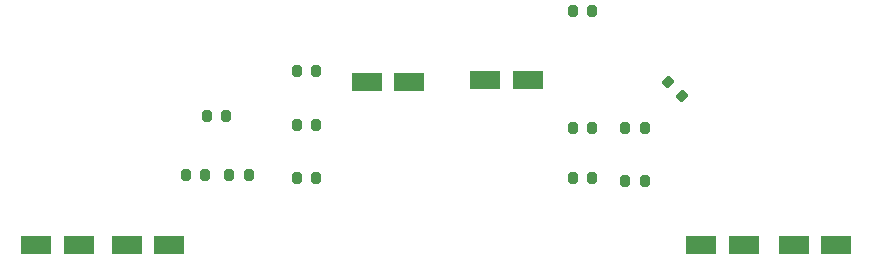
<source format=gbr>
%TF.GenerationSoftware,KiCad,Pcbnew,(7.0.0)*%
%TF.CreationDate,2024-04-01T18:59:34+02:00*%
%TF.ProjectId,Sensing_Subsystem,53656e73-696e-4675-9f53-756273797374,rev?*%
%TF.SameCoordinates,Original*%
%TF.FileFunction,Paste,Top*%
%TF.FilePolarity,Positive*%
%FSLAX46Y46*%
G04 Gerber Fmt 4.6, Leading zero omitted, Abs format (unit mm)*
G04 Created by KiCad (PCBNEW (7.0.0)) date 2024-04-01 18:59:34*
%MOMM*%
%LPD*%
G01*
G04 APERTURE LIST*
G04 Aperture macros list*
%AMRoundRect*
0 Rectangle with rounded corners*
0 $1 Rounding radius*
0 $2 $3 $4 $5 $6 $7 $8 $9 X,Y pos of 4 corners*
0 Add a 4 corners polygon primitive as box body*
4,1,4,$2,$3,$4,$5,$6,$7,$8,$9,$2,$3,0*
0 Add four circle primitives for the rounded corners*
1,1,$1+$1,$2,$3*
1,1,$1+$1,$4,$5*
1,1,$1+$1,$6,$7*
1,1,$1+$1,$8,$9*
0 Add four rect primitives between the rounded corners*
20,1,$1+$1,$2,$3,$4,$5,0*
20,1,$1+$1,$4,$5,$6,$7,0*
20,1,$1+$1,$6,$7,$8,$9,0*
20,1,$1+$1,$8,$9,$2,$3,0*%
G04 Aperture macros list end*
%ADD10RoundRect,0.200000X-0.200000X-0.275000X0.200000X-0.275000X0.200000X0.275000X-0.200000X0.275000X0*%
%ADD11RoundRect,0.250000X-1.050000X-0.550000X1.050000X-0.550000X1.050000X0.550000X-1.050000X0.550000X0*%
%ADD12RoundRect,0.200000X0.200000X0.275000X-0.200000X0.275000X-0.200000X-0.275000X0.200000X-0.275000X0*%
%ADD13RoundRect,0.200000X-0.335876X-0.053033X-0.053033X-0.335876X0.335876X0.053033X0.053033X0.335876X0*%
G04 APERTURE END LIST*
D10*
%TO.C,R4*%
X222949000Y-74168000D03*
X224599000Y-74168000D03*
%TD*%
D11*
%TO.C,C5*%
X173079000Y-84074000D03*
X176679000Y-84074000D03*
%TD*%
D10*
%TO.C,R12*%
X187516000Y-73152000D03*
X189166000Y-73152000D03*
%TD*%
D12*
%TO.C,R11*%
X196786000Y-69342000D03*
X195136000Y-69342000D03*
%TD*%
D10*
%TO.C,R10*%
X189421000Y-78105000D03*
X191071000Y-78105000D03*
%TD*%
%TO.C,R9*%
X185738000Y-78105000D03*
X187388000Y-78105000D03*
%TD*%
%TO.C,R8*%
X218504000Y-64262000D03*
X220154000Y-64262000D03*
%TD*%
%TO.C,R7*%
X218504000Y-74168000D03*
X220154000Y-74168000D03*
%TD*%
D12*
%TO.C,R6*%
X195136000Y-78359000D03*
X196786000Y-78359000D03*
%TD*%
%TO.C,R5*%
X196786000Y-73914000D03*
X195136000Y-73914000D03*
%TD*%
D10*
%TO.C,R3*%
X218504000Y-78359000D03*
X220154000Y-78359000D03*
%TD*%
%TO.C,R2*%
X222949000Y-78613000D03*
X224599000Y-78613000D03*
%TD*%
D13*
%TO.C,R1*%
X227786363Y-71449363D03*
X226619637Y-70282637D03*
%TD*%
D11*
%TO.C,C6*%
X180731000Y-84074000D03*
X184331000Y-84074000D03*
%TD*%
%TO.C,C4*%
X214684000Y-70104000D03*
X211084000Y-70104000D03*
%TD*%
%TO.C,C3*%
X201059000Y-70231000D03*
X204659000Y-70231000D03*
%TD*%
%TO.C,C2*%
X229372000Y-84074000D03*
X232972000Y-84074000D03*
%TD*%
%TO.C,C1*%
X237214000Y-84074000D03*
X240814000Y-84074000D03*
%TD*%
M02*

</source>
